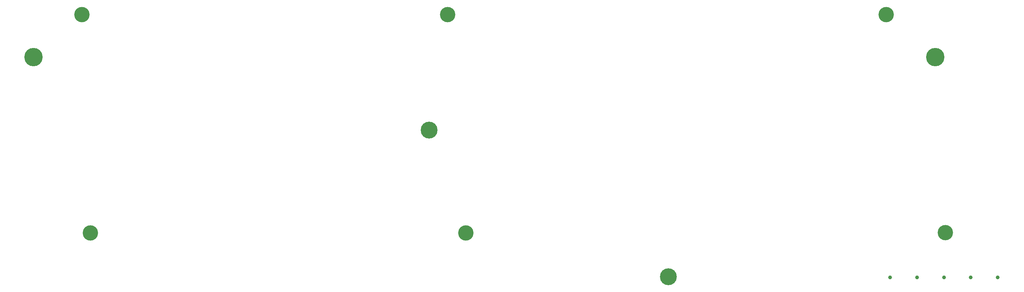
<source format=gbr>
%TF.GenerationSoftware,KiCad,Pcbnew,(5.1.9)-1*%
%TF.CreationDate,2021-04-11T15:20:34+09:00*%
%TF.ProjectId,yuiop60hh3-topplate,7975696f-7036-4306-9868-332d746f7070,1*%
%TF.SameCoordinates,Original*%
%TF.FileFunction,Soldermask,Top*%
%TF.FilePolarity,Negative*%
%FSLAX46Y46*%
G04 Gerber Fmt 4.6, Leading zero omitted, Abs format (unit mm)*
G04 Created by KiCad (PCBNEW (5.1.9)-1) date 2021-04-11 15:20:34*
%MOMM*%
%LPD*%
G01*
G04 APERTURE LIST*
%ADD10C,1.000000*%
%ADD11C,4.000000*%
%ADD12C,4.400000*%
%ADD13C,4.800000*%
G04 APERTURE END LIST*
D10*
%TO.C,5*%
X346669000Y-185756000D03*
%TD*%
%TO.C,4*%
X339669000Y-185756000D03*
%TD*%
%TO.C,3*%
X332669000Y-185756000D03*
%TD*%
%TO.C,2*%
X325669000Y-185756000D03*
%TD*%
%TO.C,1*%
X318669000Y-185756000D03*
%TD*%
D11*
%TO.C,HOLE7*%
X108125000Y-117115000D03*
%TD*%
%TO.C,HOLE8*%
X110375000Y-174115000D03*
%TD*%
%TO.C,HOLE9*%
X317625000Y-117115000D03*
%TD*%
%TO.C,HOLE10*%
X333025000Y-174065000D03*
%TD*%
%TO.C,HOLE11*%
X203375000Y-117115000D03*
%TD*%
%TO.C,HOLE12*%
X208125000Y-174115000D03*
%TD*%
D12*
%TO.C,HOLE4*%
X260875000Y-185515000D03*
%TD*%
%TO.C,HOLE3*%
X198575000Y-147315000D03*
%TD*%
D13*
%TO.C,HOLE2*%
X330425000Y-128225000D03*
%TD*%
%TO.C,HOLE1*%
X95575000Y-128215000D03*
%TD*%
M02*

</source>
